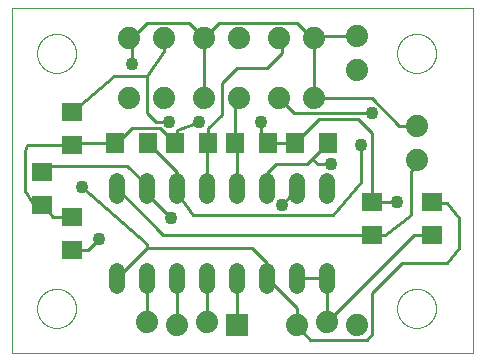
<source format=gtl>
G75*
%MOIN*%
%OFA0B0*%
%FSLAX25Y25*%
%IPPOS*%
%LPD*%
%AMOC8*
5,1,8,0,0,1.08239X$1,22.5*
%
%ADD10C,0.00000*%
%ADD11C,0.07400*%
%ADD12R,0.07400X0.07400*%
%ADD13R,0.07087X0.06299*%
%ADD14R,0.06299X0.07087*%
%ADD15C,0.05200*%
%ADD16C,0.01000*%
%ADD17C,0.04356*%
D10*
X0483333Y0001000D02*
X0483333Y0115961D01*
X0637034Y0115961D01*
X0637034Y0001000D01*
X0483333Y0001000D01*
X0491833Y0016000D02*
X0491835Y0016161D01*
X0491841Y0016321D01*
X0491851Y0016482D01*
X0491865Y0016642D01*
X0491883Y0016802D01*
X0491904Y0016961D01*
X0491930Y0017120D01*
X0491960Y0017278D01*
X0491993Y0017435D01*
X0492031Y0017592D01*
X0492072Y0017747D01*
X0492117Y0017901D01*
X0492166Y0018054D01*
X0492219Y0018206D01*
X0492275Y0018357D01*
X0492336Y0018506D01*
X0492399Y0018654D01*
X0492467Y0018800D01*
X0492538Y0018944D01*
X0492612Y0019086D01*
X0492690Y0019227D01*
X0492772Y0019365D01*
X0492857Y0019502D01*
X0492945Y0019636D01*
X0493037Y0019768D01*
X0493132Y0019898D01*
X0493230Y0020026D01*
X0493331Y0020151D01*
X0493435Y0020273D01*
X0493542Y0020393D01*
X0493652Y0020510D01*
X0493765Y0020625D01*
X0493881Y0020736D01*
X0494000Y0020845D01*
X0494121Y0020950D01*
X0494245Y0021053D01*
X0494371Y0021153D01*
X0494499Y0021249D01*
X0494630Y0021342D01*
X0494764Y0021432D01*
X0494899Y0021519D01*
X0495037Y0021602D01*
X0495176Y0021682D01*
X0495318Y0021758D01*
X0495461Y0021831D01*
X0495606Y0021900D01*
X0495753Y0021966D01*
X0495901Y0022028D01*
X0496051Y0022086D01*
X0496202Y0022141D01*
X0496355Y0022192D01*
X0496509Y0022239D01*
X0496664Y0022282D01*
X0496820Y0022321D01*
X0496976Y0022357D01*
X0497134Y0022388D01*
X0497292Y0022416D01*
X0497451Y0022440D01*
X0497611Y0022460D01*
X0497771Y0022476D01*
X0497931Y0022488D01*
X0498092Y0022496D01*
X0498253Y0022500D01*
X0498413Y0022500D01*
X0498574Y0022496D01*
X0498735Y0022488D01*
X0498895Y0022476D01*
X0499055Y0022460D01*
X0499215Y0022440D01*
X0499374Y0022416D01*
X0499532Y0022388D01*
X0499690Y0022357D01*
X0499846Y0022321D01*
X0500002Y0022282D01*
X0500157Y0022239D01*
X0500311Y0022192D01*
X0500464Y0022141D01*
X0500615Y0022086D01*
X0500765Y0022028D01*
X0500913Y0021966D01*
X0501060Y0021900D01*
X0501205Y0021831D01*
X0501348Y0021758D01*
X0501490Y0021682D01*
X0501629Y0021602D01*
X0501767Y0021519D01*
X0501902Y0021432D01*
X0502036Y0021342D01*
X0502167Y0021249D01*
X0502295Y0021153D01*
X0502421Y0021053D01*
X0502545Y0020950D01*
X0502666Y0020845D01*
X0502785Y0020736D01*
X0502901Y0020625D01*
X0503014Y0020510D01*
X0503124Y0020393D01*
X0503231Y0020273D01*
X0503335Y0020151D01*
X0503436Y0020026D01*
X0503534Y0019898D01*
X0503629Y0019768D01*
X0503721Y0019636D01*
X0503809Y0019502D01*
X0503894Y0019365D01*
X0503976Y0019227D01*
X0504054Y0019086D01*
X0504128Y0018944D01*
X0504199Y0018800D01*
X0504267Y0018654D01*
X0504330Y0018506D01*
X0504391Y0018357D01*
X0504447Y0018206D01*
X0504500Y0018054D01*
X0504549Y0017901D01*
X0504594Y0017747D01*
X0504635Y0017592D01*
X0504673Y0017435D01*
X0504706Y0017278D01*
X0504736Y0017120D01*
X0504762Y0016961D01*
X0504783Y0016802D01*
X0504801Y0016642D01*
X0504815Y0016482D01*
X0504825Y0016321D01*
X0504831Y0016161D01*
X0504833Y0016000D01*
X0504831Y0015839D01*
X0504825Y0015679D01*
X0504815Y0015518D01*
X0504801Y0015358D01*
X0504783Y0015198D01*
X0504762Y0015039D01*
X0504736Y0014880D01*
X0504706Y0014722D01*
X0504673Y0014565D01*
X0504635Y0014408D01*
X0504594Y0014253D01*
X0504549Y0014099D01*
X0504500Y0013946D01*
X0504447Y0013794D01*
X0504391Y0013643D01*
X0504330Y0013494D01*
X0504267Y0013346D01*
X0504199Y0013200D01*
X0504128Y0013056D01*
X0504054Y0012914D01*
X0503976Y0012773D01*
X0503894Y0012635D01*
X0503809Y0012498D01*
X0503721Y0012364D01*
X0503629Y0012232D01*
X0503534Y0012102D01*
X0503436Y0011974D01*
X0503335Y0011849D01*
X0503231Y0011727D01*
X0503124Y0011607D01*
X0503014Y0011490D01*
X0502901Y0011375D01*
X0502785Y0011264D01*
X0502666Y0011155D01*
X0502545Y0011050D01*
X0502421Y0010947D01*
X0502295Y0010847D01*
X0502167Y0010751D01*
X0502036Y0010658D01*
X0501902Y0010568D01*
X0501767Y0010481D01*
X0501629Y0010398D01*
X0501490Y0010318D01*
X0501348Y0010242D01*
X0501205Y0010169D01*
X0501060Y0010100D01*
X0500913Y0010034D01*
X0500765Y0009972D01*
X0500615Y0009914D01*
X0500464Y0009859D01*
X0500311Y0009808D01*
X0500157Y0009761D01*
X0500002Y0009718D01*
X0499846Y0009679D01*
X0499690Y0009643D01*
X0499532Y0009612D01*
X0499374Y0009584D01*
X0499215Y0009560D01*
X0499055Y0009540D01*
X0498895Y0009524D01*
X0498735Y0009512D01*
X0498574Y0009504D01*
X0498413Y0009500D01*
X0498253Y0009500D01*
X0498092Y0009504D01*
X0497931Y0009512D01*
X0497771Y0009524D01*
X0497611Y0009540D01*
X0497451Y0009560D01*
X0497292Y0009584D01*
X0497134Y0009612D01*
X0496976Y0009643D01*
X0496820Y0009679D01*
X0496664Y0009718D01*
X0496509Y0009761D01*
X0496355Y0009808D01*
X0496202Y0009859D01*
X0496051Y0009914D01*
X0495901Y0009972D01*
X0495753Y0010034D01*
X0495606Y0010100D01*
X0495461Y0010169D01*
X0495318Y0010242D01*
X0495176Y0010318D01*
X0495037Y0010398D01*
X0494899Y0010481D01*
X0494764Y0010568D01*
X0494630Y0010658D01*
X0494499Y0010751D01*
X0494371Y0010847D01*
X0494245Y0010947D01*
X0494121Y0011050D01*
X0494000Y0011155D01*
X0493881Y0011264D01*
X0493765Y0011375D01*
X0493652Y0011490D01*
X0493542Y0011607D01*
X0493435Y0011727D01*
X0493331Y0011849D01*
X0493230Y0011974D01*
X0493132Y0012102D01*
X0493037Y0012232D01*
X0492945Y0012364D01*
X0492857Y0012498D01*
X0492772Y0012635D01*
X0492690Y0012773D01*
X0492612Y0012914D01*
X0492538Y0013056D01*
X0492467Y0013200D01*
X0492399Y0013346D01*
X0492336Y0013494D01*
X0492275Y0013643D01*
X0492219Y0013794D01*
X0492166Y0013946D01*
X0492117Y0014099D01*
X0492072Y0014253D01*
X0492031Y0014408D01*
X0491993Y0014565D01*
X0491960Y0014722D01*
X0491930Y0014880D01*
X0491904Y0015039D01*
X0491883Y0015198D01*
X0491865Y0015358D01*
X0491851Y0015518D01*
X0491841Y0015679D01*
X0491835Y0015839D01*
X0491833Y0016000D01*
X0611833Y0016000D02*
X0611835Y0016161D01*
X0611841Y0016321D01*
X0611851Y0016482D01*
X0611865Y0016642D01*
X0611883Y0016802D01*
X0611904Y0016961D01*
X0611930Y0017120D01*
X0611960Y0017278D01*
X0611993Y0017435D01*
X0612031Y0017592D01*
X0612072Y0017747D01*
X0612117Y0017901D01*
X0612166Y0018054D01*
X0612219Y0018206D01*
X0612275Y0018357D01*
X0612336Y0018506D01*
X0612399Y0018654D01*
X0612467Y0018800D01*
X0612538Y0018944D01*
X0612612Y0019086D01*
X0612690Y0019227D01*
X0612772Y0019365D01*
X0612857Y0019502D01*
X0612945Y0019636D01*
X0613037Y0019768D01*
X0613132Y0019898D01*
X0613230Y0020026D01*
X0613331Y0020151D01*
X0613435Y0020273D01*
X0613542Y0020393D01*
X0613652Y0020510D01*
X0613765Y0020625D01*
X0613881Y0020736D01*
X0614000Y0020845D01*
X0614121Y0020950D01*
X0614245Y0021053D01*
X0614371Y0021153D01*
X0614499Y0021249D01*
X0614630Y0021342D01*
X0614764Y0021432D01*
X0614899Y0021519D01*
X0615037Y0021602D01*
X0615176Y0021682D01*
X0615318Y0021758D01*
X0615461Y0021831D01*
X0615606Y0021900D01*
X0615753Y0021966D01*
X0615901Y0022028D01*
X0616051Y0022086D01*
X0616202Y0022141D01*
X0616355Y0022192D01*
X0616509Y0022239D01*
X0616664Y0022282D01*
X0616820Y0022321D01*
X0616976Y0022357D01*
X0617134Y0022388D01*
X0617292Y0022416D01*
X0617451Y0022440D01*
X0617611Y0022460D01*
X0617771Y0022476D01*
X0617931Y0022488D01*
X0618092Y0022496D01*
X0618253Y0022500D01*
X0618413Y0022500D01*
X0618574Y0022496D01*
X0618735Y0022488D01*
X0618895Y0022476D01*
X0619055Y0022460D01*
X0619215Y0022440D01*
X0619374Y0022416D01*
X0619532Y0022388D01*
X0619690Y0022357D01*
X0619846Y0022321D01*
X0620002Y0022282D01*
X0620157Y0022239D01*
X0620311Y0022192D01*
X0620464Y0022141D01*
X0620615Y0022086D01*
X0620765Y0022028D01*
X0620913Y0021966D01*
X0621060Y0021900D01*
X0621205Y0021831D01*
X0621348Y0021758D01*
X0621490Y0021682D01*
X0621629Y0021602D01*
X0621767Y0021519D01*
X0621902Y0021432D01*
X0622036Y0021342D01*
X0622167Y0021249D01*
X0622295Y0021153D01*
X0622421Y0021053D01*
X0622545Y0020950D01*
X0622666Y0020845D01*
X0622785Y0020736D01*
X0622901Y0020625D01*
X0623014Y0020510D01*
X0623124Y0020393D01*
X0623231Y0020273D01*
X0623335Y0020151D01*
X0623436Y0020026D01*
X0623534Y0019898D01*
X0623629Y0019768D01*
X0623721Y0019636D01*
X0623809Y0019502D01*
X0623894Y0019365D01*
X0623976Y0019227D01*
X0624054Y0019086D01*
X0624128Y0018944D01*
X0624199Y0018800D01*
X0624267Y0018654D01*
X0624330Y0018506D01*
X0624391Y0018357D01*
X0624447Y0018206D01*
X0624500Y0018054D01*
X0624549Y0017901D01*
X0624594Y0017747D01*
X0624635Y0017592D01*
X0624673Y0017435D01*
X0624706Y0017278D01*
X0624736Y0017120D01*
X0624762Y0016961D01*
X0624783Y0016802D01*
X0624801Y0016642D01*
X0624815Y0016482D01*
X0624825Y0016321D01*
X0624831Y0016161D01*
X0624833Y0016000D01*
X0624831Y0015839D01*
X0624825Y0015679D01*
X0624815Y0015518D01*
X0624801Y0015358D01*
X0624783Y0015198D01*
X0624762Y0015039D01*
X0624736Y0014880D01*
X0624706Y0014722D01*
X0624673Y0014565D01*
X0624635Y0014408D01*
X0624594Y0014253D01*
X0624549Y0014099D01*
X0624500Y0013946D01*
X0624447Y0013794D01*
X0624391Y0013643D01*
X0624330Y0013494D01*
X0624267Y0013346D01*
X0624199Y0013200D01*
X0624128Y0013056D01*
X0624054Y0012914D01*
X0623976Y0012773D01*
X0623894Y0012635D01*
X0623809Y0012498D01*
X0623721Y0012364D01*
X0623629Y0012232D01*
X0623534Y0012102D01*
X0623436Y0011974D01*
X0623335Y0011849D01*
X0623231Y0011727D01*
X0623124Y0011607D01*
X0623014Y0011490D01*
X0622901Y0011375D01*
X0622785Y0011264D01*
X0622666Y0011155D01*
X0622545Y0011050D01*
X0622421Y0010947D01*
X0622295Y0010847D01*
X0622167Y0010751D01*
X0622036Y0010658D01*
X0621902Y0010568D01*
X0621767Y0010481D01*
X0621629Y0010398D01*
X0621490Y0010318D01*
X0621348Y0010242D01*
X0621205Y0010169D01*
X0621060Y0010100D01*
X0620913Y0010034D01*
X0620765Y0009972D01*
X0620615Y0009914D01*
X0620464Y0009859D01*
X0620311Y0009808D01*
X0620157Y0009761D01*
X0620002Y0009718D01*
X0619846Y0009679D01*
X0619690Y0009643D01*
X0619532Y0009612D01*
X0619374Y0009584D01*
X0619215Y0009560D01*
X0619055Y0009540D01*
X0618895Y0009524D01*
X0618735Y0009512D01*
X0618574Y0009504D01*
X0618413Y0009500D01*
X0618253Y0009500D01*
X0618092Y0009504D01*
X0617931Y0009512D01*
X0617771Y0009524D01*
X0617611Y0009540D01*
X0617451Y0009560D01*
X0617292Y0009584D01*
X0617134Y0009612D01*
X0616976Y0009643D01*
X0616820Y0009679D01*
X0616664Y0009718D01*
X0616509Y0009761D01*
X0616355Y0009808D01*
X0616202Y0009859D01*
X0616051Y0009914D01*
X0615901Y0009972D01*
X0615753Y0010034D01*
X0615606Y0010100D01*
X0615461Y0010169D01*
X0615318Y0010242D01*
X0615176Y0010318D01*
X0615037Y0010398D01*
X0614899Y0010481D01*
X0614764Y0010568D01*
X0614630Y0010658D01*
X0614499Y0010751D01*
X0614371Y0010847D01*
X0614245Y0010947D01*
X0614121Y0011050D01*
X0614000Y0011155D01*
X0613881Y0011264D01*
X0613765Y0011375D01*
X0613652Y0011490D01*
X0613542Y0011607D01*
X0613435Y0011727D01*
X0613331Y0011849D01*
X0613230Y0011974D01*
X0613132Y0012102D01*
X0613037Y0012232D01*
X0612945Y0012364D01*
X0612857Y0012498D01*
X0612772Y0012635D01*
X0612690Y0012773D01*
X0612612Y0012914D01*
X0612538Y0013056D01*
X0612467Y0013200D01*
X0612399Y0013346D01*
X0612336Y0013494D01*
X0612275Y0013643D01*
X0612219Y0013794D01*
X0612166Y0013946D01*
X0612117Y0014099D01*
X0612072Y0014253D01*
X0612031Y0014408D01*
X0611993Y0014565D01*
X0611960Y0014722D01*
X0611930Y0014880D01*
X0611904Y0015039D01*
X0611883Y0015198D01*
X0611865Y0015358D01*
X0611851Y0015518D01*
X0611841Y0015679D01*
X0611835Y0015839D01*
X0611833Y0016000D01*
X0611833Y0101000D02*
X0611835Y0101161D01*
X0611841Y0101321D01*
X0611851Y0101482D01*
X0611865Y0101642D01*
X0611883Y0101802D01*
X0611904Y0101961D01*
X0611930Y0102120D01*
X0611960Y0102278D01*
X0611993Y0102435D01*
X0612031Y0102592D01*
X0612072Y0102747D01*
X0612117Y0102901D01*
X0612166Y0103054D01*
X0612219Y0103206D01*
X0612275Y0103357D01*
X0612336Y0103506D01*
X0612399Y0103654D01*
X0612467Y0103800D01*
X0612538Y0103944D01*
X0612612Y0104086D01*
X0612690Y0104227D01*
X0612772Y0104365D01*
X0612857Y0104502D01*
X0612945Y0104636D01*
X0613037Y0104768D01*
X0613132Y0104898D01*
X0613230Y0105026D01*
X0613331Y0105151D01*
X0613435Y0105273D01*
X0613542Y0105393D01*
X0613652Y0105510D01*
X0613765Y0105625D01*
X0613881Y0105736D01*
X0614000Y0105845D01*
X0614121Y0105950D01*
X0614245Y0106053D01*
X0614371Y0106153D01*
X0614499Y0106249D01*
X0614630Y0106342D01*
X0614764Y0106432D01*
X0614899Y0106519D01*
X0615037Y0106602D01*
X0615176Y0106682D01*
X0615318Y0106758D01*
X0615461Y0106831D01*
X0615606Y0106900D01*
X0615753Y0106966D01*
X0615901Y0107028D01*
X0616051Y0107086D01*
X0616202Y0107141D01*
X0616355Y0107192D01*
X0616509Y0107239D01*
X0616664Y0107282D01*
X0616820Y0107321D01*
X0616976Y0107357D01*
X0617134Y0107388D01*
X0617292Y0107416D01*
X0617451Y0107440D01*
X0617611Y0107460D01*
X0617771Y0107476D01*
X0617931Y0107488D01*
X0618092Y0107496D01*
X0618253Y0107500D01*
X0618413Y0107500D01*
X0618574Y0107496D01*
X0618735Y0107488D01*
X0618895Y0107476D01*
X0619055Y0107460D01*
X0619215Y0107440D01*
X0619374Y0107416D01*
X0619532Y0107388D01*
X0619690Y0107357D01*
X0619846Y0107321D01*
X0620002Y0107282D01*
X0620157Y0107239D01*
X0620311Y0107192D01*
X0620464Y0107141D01*
X0620615Y0107086D01*
X0620765Y0107028D01*
X0620913Y0106966D01*
X0621060Y0106900D01*
X0621205Y0106831D01*
X0621348Y0106758D01*
X0621490Y0106682D01*
X0621629Y0106602D01*
X0621767Y0106519D01*
X0621902Y0106432D01*
X0622036Y0106342D01*
X0622167Y0106249D01*
X0622295Y0106153D01*
X0622421Y0106053D01*
X0622545Y0105950D01*
X0622666Y0105845D01*
X0622785Y0105736D01*
X0622901Y0105625D01*
X0623014Y0105510D01*
X0623124Y0105393D01*
X0623231Y0105273D01*
X0623335Y0105151D01*
X0623436Y0105026D01*
X0623534Y0104898D01*
X0623629Y0104768D01*
X0623721Y0104636D01*
X0623809Y0104502D01*
X0623894Y0104365D01*
X0623976Y0104227D01*
X0624054Y0104086D01*
X0624128Y0103944D01*
X0624199Y0103800D01*
X0624267Y0103654D01*
X0624330Y0103506D01*
X0624391Y0103357D01*
X0624447Y0103206D01*
X0624500Y0103054D01*
X0624549Y0102901D01*
X0624594Y0102747D01*
X0624635Y0102592D01*
X0624673Y0102435D01*
X0624706Y0102278D01*
X0624736Y0102120D01*
X0624762Y0101961D01*
X0624783Y0101802D01*
X0624801Y0101642D01*
X0624815Y0101482D01*
X0624825Y0101321D01*
X0624831Y0101161D01*
X0624833Y0101000D01*
X0624831Y0100839D01*
X0624825Y0100679D01*
X0624815Y0100518D01*
X0624801Y0100358D01*
X0624783Y0100198D01*
X0624762Y0100039D01*
X0624736Y0099880D01*
X0624706Y0099722D01*
X0624673Y0099565D01*
X0624635Y0099408D01*
X0624594Y0099253D01*
X0624549Y0099099D01*
X0624500Y0098946D01*
X0624447Y0098794D01*
X0624391Y0098643D01*
X0624330Y0098494D01*
X0624267Y0098346D01*
X0624199Y0098200D01*
X0624128Y0098056D01*
X0624054Y0097914D01*
X0623976Y0097773D01*
X0623894Y0097635D01*
X0623809Y0097498D01*
X0623721Y0097364D01*
X0623629Y0097232D01*
X0623534Y0097102D01*
X0623436Y0096974D01*
X0623335Y0096849D01*
X0623231Y0096727D01*
X0623124Y0096607D01*
X0623014Y0096490D01*
X0622901Y0096375D01*
X0622785Y0096264D01*
X0622666Y0096155D01*
X0622545Y0096050D01*
X0622421Y0095947D01*
X0622295Y0095847D01*
X0622167Y0095751D01*
X0622036Y0095658D01*
X0621902Y0095568D01*
X0621767Y0095481D01*
X0621629Y0095398D01*
X0621490Y0095318D01*
X0621348Y0095242D01*
X0621205Y0095169D01*
X0621060Y0095100D01*
X0620913Y0095034D01*
X0620765Y0094972D01*
X0620615Y0094914D01*
X0620464Y0094859D01*
X0620311Y0094808D01*
X0620157Y0094761D01*
X0620002Y0094718D01*
X0619846Y0094679D01*
X0619690Y0094643D01*
X0619532Y0094612D01*
X0619374Y0094584D01*
X0619215Y0094560D01*
X0619055Y0094540D01*
X0618895Y0094524D01*
X0618735Y0094512D01*
X0618574Y0094504D01*
X0618413Y0094500D01*
X0618253Y0094500D01*
X0618092Y0094504D01*
X0617931Y0094512D01*
X0617771Y0094524D01*
X0617611Y0094540D01*
X0617451Y0094560D01*
X0617292Y0094584D01*
X0617134Y0094612D01*
X0616976Y0094643D01*
X0616820Y0094679D01*
X0616664Y0094718D01*
X0616509Y0094761D01*
X0616355Y0094808D01*
X0616202Y0094859D01*
X0616051Y0094914D01*
X0615901Y0094972D01*
X0615753Y0095034D01*
X0615606Y0095100D01*
X0615461Y0095169D01*
X0615318Y0095242D01*
X0615176Y0095318D01*
X0615037Y0095398D01*
X0614899Y0095481D01*
X0614764Y0095568D01*
X0614630Y0095658D01*
X0614499Y0095751D01*
X0614371Y0095847D01*
X0614245Y0095947D01*
X0614121Y0096050D01*
X0614000Y0096155D01*
X0613881Y0096264D01*
X0613765Y0096375D01*
X0613652Y0096490D01*
X0613542Y0096607D01*
X0613435Y0096727D01*
X0613331Y0096849D01*
X0613230Y0096974D01*
X0613132Y0097102D01*
X0613037Y0097232D01*
X0612945Y0097364D01*
X0612857Y0097498D01*
X0612772Y0097635D01*
X0612690Y0097773D01*
X0612612Y0097914D01*
X0612538Y0098056D01*
X0612467Y0098200D01*
X0612399Y0098346D01*
X0612336Y0098494D01*
X0612275Y0098643D01*
X0612219Y0098794D01*
X0612166Y0098946D01*
X0612117Y0099099D01*
X0612072Y0099253D01*
X0612031Y0099408D01*
X0611993Y0099565D01*
X0611960Y0099722D01*
X0611930Y0099880D01*
X0611904Y0100039D01*
X0611883Y0100198D01*
X0611865Y0100358D01*
X0611851Y0100518D01*
X0611841Y0100679D01*
X0611835Y0100839D01*
X0611833Y0101000D01*
X0491833Y0101000D02*
X0491835Y0101161D01*
X0491841Y0101321D01*
X0491851Y0101482D01*
X0491865Y0101642D01*
X0491883Y0101802D01*
X0491904Y0101961D01*
X0491930Y0102120D01*
X0491960Y0102278D01*
X0491993Y0102435D01*
X0492031Y0102592D01*
X0492072Y0102747D01*
X0492117Y0102901D01*
X0492166Y0103054D01*
X0492219Y0103206D01*
X0492275Y0103357D01*
X0492336Y0103506D01*
X0492399Y0103654D01*
X0492467Y0103800D01*
X0492538Y0103944D01*
X0492612Y0104086D01*
X0492690Y0104227D01*
X0492772Y0104365D01*
X0492857Y0104502D01*
X0492945Y0104636D01*
X0493037Y0104768D01*
X0493132Y0104898D01*
X0493230Y0105026D01*
X0493331Y0105151D01*
X0493435Y0105273D01*
X0493542Y0105393D01*
X0493652Y0105510D01*
X0493765Y0105625D01*
X0493881Y0105736D01*
X0494000Y0105845D01*
X0494121Y0105950D01*
X0494245Y0106053D01*
X0494371Y0106153D01*
X0494499Y0106249D01*
X0494630Y0106342D01*
X0494764Y0106432D01*
X0494899Y0106519D01*
X0495037Y0106602D01*
X0495176Y0106682D01*
X0495318Y0106758D01*
X0495461Y0106831D01*
X0495606Y0106900D01*
X0495753Y0106966D01*
X0495901Y0107028D01*
X0496051Y0107086D01*
X0496202Y0107141D01*
X0496355Y0107192D01*
X0496509Y0107239D01*
X0496664Y0107282D01*
X0496820Y0107321D01*
X0496976Y0107357D01*
X0497134Y0107388D01*
X0497292Y0107416D01*
X0497451Y0107440D01*
X0497611Y0107460D01*
X0497771Y0107476D01*
X0497931Y0107488D01*
X0498092Y0107496D01*
X0498253Y0107500D01*
X0498413Y0107500D01*
X0498574Y0107496D01*
X0498735Y0107488D01*
X0498895Y0107476D01*
X0499055Y0107460D01*
X0499215Y0107440D01*
X0499374Y0107416D01*
X0499532Y0107388D01*
X0499690Y0107357D01*
X0499846Y0107321D01*
X0500002Y0107282D01*
X0500157Y0107239D01*
X0500311Y0107192D01*
X0500464Y0107141D01*
X0500615Y0107086D01*
X0500765Y0107028D01*
X0500913Y0106966D01*
X0501060Y0106900D01*
X0501205Y0106831D01*
X0501348Y0106758D01*
X0501490Y0106682D01*
X0501629Y0106602D01*
X0501767Y0106519D01*
X0501902Y0106432D01*
X0502036Y0106342D01*
X0502167Y0106249D01*
X0502295Y0106153D01*
X0502421Y0106053D01*
X0502545Y0105950D01*
X0502666Y0105845D01*
X0502785Y0105736D01*
X0502901Y0105625D01*
X0503014Y0105510D01*
X0503124Y0105393D01*
X0503231Y0105273D01*
X0503335Y0105151D01*
X0503436Y0105026D01*
X0503534Y0104898D01*
X0503629Y0104768D01*
X0503721Y0104636D01*
X0503809Y0104502D01*
X0503894Y0104365D01*
X0503976Y0104227D01*
X0504054Y0104086D01*
X0504128Y0103944D01*
X0504199Y0103800D01*
X0504267Y0103654D01*
X0504330Y0103506D01*
X0504391Y0103357D01*
X0504447Y0103206D01*
X0504500Y0103054D01*
X0504549Y0102901D01*
X0504594Y0102747D01*
X0504635Y0102592D01*
X0504673Y0102435D01*
X0504706Y0102278D01*
X0504736Y0102120D01*
X0504762Y0101961D01*
X0504783Y0101802D01*
X0504801Y0101642D01*
X0504815Y0101482D01*
X0504825Y0101321D01*
X0504831Y0101161D01*
X0504833Y0101000D01*
X0504831Y0100839D01*
X0504825Y0100679D01*
X0504815Y0100518D01*
X0504801Y0100358D01*
X0504783Y0100198D01*
X0504762Y0100039D01*
X0504736Y0099880D01*
X0504706Y0099722D01*
X0504673Y0099565D01*
X0504635Y0099408D01*
X0504594Y0099253D01*
X0504549Y0099099D01*
X0504500Y0098946D01*
X0504447Y0098794D01*
X0504391Y0098643D01*
X0504330Y0098494D01*
X0504267Y0098346D01*
X0504199Y0098200D01*
X0504128Y0098056D01*
X0504054Y0097914D01*
X0503976Y0097773D01*
X0503894Y0097635D01*
X0503809Y0097498D01*
X0503721Y0097364D01*
X0503629Y0097232D01*
X0503534Y0097102D01*
X0503436Y0096974D01*
X0503335Y0096849D01*
X0503231Y0096727D01*
X0503124Y0096607D01*
X0503014Y0096490D01*
X0502901Y0096375D01*
X0502785Y0096264D01*
X0502666Y0096155D01*
X0502545Y0096050D01*
X0502421Y0095947D01*
X0502295Y0095847D01*
X0502167Y0095751D01*
X0502036Y0095658D01*
X0501902Y0095568D01*
X0501767Y0095481D01*
X0501629Y0095398D01*
X0501490Y0095318D01*
X0501348Y0095242D01*
X0501205Y0095169D01*
X0501060Y0095100D01*
X0500913Y0095034D01*
X0500765Y0094972D01*
X0500615Y0094914D01*
X0500464Y0094859D01*
X0500311Y0094808D01*
X0500157Y0094761D01*
X0500002Y0094718D01*
X0499846Y0094679D01*
X0499690Y0094643D01*
X0499532Y0094612D01*
X0499374Y0094584D01*
X0499215Y0094560D01*
X0499055Y0094540D01*
X0498895Y0094524D01*
X0498735Y0094512D01*
X0498574Y0094504D01*
X0498413Y0094500D01*
X0498253Y0094500D01*
X0498092Y0094504D01*
X0497931Y0094512D01*
X0497771Y0094524D01*
X0497611Y0094540D01*
X0497451Y0094560D01*
X0497292Y0094584D01*
X0497134Y0094612D01*
X0496976Y0094643D01*
X0496820Y0094679D01*
X0496664Y0094718D01*
X0496509Y0094761D01*
X0496355Y0094808D01*
X0496202Y0094859D01*
X0496051Y0094914D01*
X0495901Y0094972D01*
X0495753Y0095034D01*
X0495606Y0095100D01*
X0495461Y0095169D01*
X0495318Y0095242D01*
X0495176Y0095318D01*
X0495037Y0095398D01*
X0494899Y0095481D01*
X0494764Y0095568D01*
X0494630Y0095658D01*
X0494499Y0095751D01*
X0494371Y0095847D01*
X0494245Y0095947D01*
X0494121Y0096050D01*
X0494000Y0096155D01*
X0493881Y0096264D01*
X0493765Y0096375D01*
X0493652Y0096490D01*
X0493542Y0096607D01*
X0493435Y0096727D01*
X0493331Y0096849D01*
X0493230Y0096974D01*
X0493132Y0097102D01*
X0493037Y0097232D01*
X0492945Y0097364D01*
X0492857Y0097498D01*
X0492772Y0097635D01*
X0492690Y0097773D01*
X0492612Y0097914D01*
X0492538Y0098056D01*
X0492467Y0098200D01*
X0492399Y0098346D01*
X0492336Y0098494D01*
X0492275Y0098643D01*
X0492219Y0098794D01*
X0492166Y0098946D01*
X0492117Y0099099D01*
X0492072Y0099253D01*
X0492031Y0099408D01*
X0491993Y0099565D01*
X0491960Y0099722D01*
X0491930Y0099880D01*
X0491904Y0100039D01*
X0491883Y0100198D01*
X0491865Y0100358D01*
X0491851Y0100518D01*
X0491841Y0100679D01*
X0491835Y0100839D01*
X0491833Y0101000D01*
D11*
X0522633Y0106000D03*
X0534033Y0106000D03*
X0547633Y0106000D03*
X0559033Y0106000D03*
X0572633Y0106000D03*
X0584033Y0106000D03*
X0598333Y0106700D03*
X0598333Y0095300D03*
X0584033Y0086000D03*
X0572633Y0086000D03*
X0559033Y0086000D03*
X0547633Y0086000D03*
X0534033Y0086000D03*
X0522633Y0086000D03*
X0618333Y0076700D03*
X0618333Y0065300D03*
X0588333Y0011500D03*
X0598333Y0010500D03*
X0578333Y0010500D03*
X0548333Y0011500D03*
X0538333Y0010500D03*
X0528333Y0011500D03*
D12*
X0558333Y0010500D03*
D13*
X0503333Y0035488D03*
X0503333Y0046512D03*
X0493333Y0050488D03*
X0493333Y0061512D03*
X0503333Y0070488D03*
X0503333Y0081512D03*
X0603333Y0051512D03*
X0623333Y0051512D03*
X0623333Y0040488D03*
X0603333Y0040488D03*
D14*
X0588845Y0071000D03*
X0577822Y0071000D03*
X0568845Y0071000D03*
X0557822Y0071000D03*
X0548845Y0071000D03*
X0537822Y0071000D03*
X0528845Y0071000D03*
X0517822Y0071000D03*
D15*
X0518333Y0058600D02*
X0518333Y0053400D01*
X0528333Y0053400D02*
X0528333Y0058600D01*
X0538333Y0058600D02*
X0538333Y0053400D01*
X0548333Y0053400D02*
X0548333Y0058600D01*
X0558333Y0058600D02*
X0558333Y0053400D01*
X0568333Y0053400D02*
X0568333Y0058600D01*
X0578333Y0058600D02*
X0578333Y0053400D01*
X0588333Y0053400D02*
X0588333Y0058600D01*
X0588333Y0028600D02*
X0588333Y0023400D01*
X0578333Y0023400D02*
X0578333Y0028600D01*
X0568333Y0028600D02*
X0568333Y0023400D01*
X0558333Y0023400D02*
X0558333Y0028600D01*
X0548333Y0028600D02*
X0548333Y0023400D01*
X0538333Y0023400D02*
X0538333Y0028600D01*
X0528333Y0028600D02*
X0528333Y0023400D01*
X0518333Y0023400D02*
X0518333Y0028600D01*
D16*
X0518333Y0026000D02*
X0528333Y0036000D01*
X0528333Y0037500D01*
X0506833Y0056500D01*
X0518333Y0056000D02*
X0533845Y0040488D01*
X0603333Y0040488D01*
X0607822Y0040488D01*
X0616333Y0047000D01*
X0616333Y0061300D01*
X0618333Y0065300D01*
X0589833Y0064000D02*
X0585333Y0064000D01*
X0583589Y0065744D01*
X0588845Y0071000D01*
X0585822Y0079000D02*
X0577822Y0071000D01*
X0568845Y0071000D01*
X0566333Y0073512D01*
X0566333Y0078000D01*
X0553333Y0080500D02*
X0548845Y0076012D01*
X0548845Y0071000D01*
X0548333Y0070488D01*
X0548333Y0056000D01*
X0538333Y0056000D02*
X0538333Y0054500D01*
X0543833Y0047000D01*
X0590333Y0047000D01*
X0599833Y0058000D01*
X0599833Y0070500D01*
X0603333Y0074500D02*
X0598833Y0079000D01*
X0585822Y0079000D01*
X0577633Y0081000D02*
X0572633Y0086000D01*
X0584033Y0086000D02*
X0584033Y0106000D01*
X0583333Y0106000D01*
X0578333Y0111000D01*
X0552633Y0111000D01*
X0547633Y0106000D01*
X0547633Y0086000D01*
X0557822Y0084788D02*
X0559033Y0086000D01*
X0557822Y0084788D02*
X0557822Y0071000D01*
X0558333Y0070488D01*
X0558333Y0056000D01*
X0568333Y0056000D02*
X0568333Y0061000D01*
X0571333Y0064000D01*
X0581845Y0064000D01*
X0583589Y0065744D01*
X0603333Y0074500D02*
X0603333Y0051512D01*
X0603345Y0051500D01*
X0611833Y0051500D01*
X0623333Y0051512D02*
X0623845Y0051000D01*
X0628333Y0051000D01*
X0632333Y0046000D01*
X0632333Y0036000D01*
X0628333Y0031000D01*
X0613333Y0031000D01*
X0603333Y0021000D01*
X0603333Y0007500D01*
X0601833Y0005500D01*
X0582833Y0005500D01*
X0578333Y0010500D01*
X0578333Y0016000D01*
X0568333Y0026000D01*
X0568333Y0031000D01*
X0563333Y0036000D01*
X0528333Y0036000D01*
X0512333Y0039000D02*
X0508822Y0035488D01*
X0503333Y0035488D01*
X0528333Y0026000D02*
X0528333Y0011500D01*
X0538333Y0010500D02*
X0538333Y0026000D01*
X0548333Y0026000D02*
X0548333Y0011500D01*
X0558333Y0010500D02*
X0558333Y0026000D01*
X0578333Y0026000D02*
X0588333Y0026000D01*
X0588333Y0011500D01*
X0617322Y0040488D01*
X0623333Y0040488D01*
X0578333Y0056000D02*
X0573333Y0050500D01*
X0538333Y0056000D02*
X0538333Y0061512D01*
X0528845Y0071000D01*
X0523333Y0076000D02*
X0518333Y0071000D01*
X0517822Y0071000D01*
X0503845Y0071000D01*
X0503333Y0070488D01*
X0503322Y0070500D01*
X0488333Y0070500D01*
X0487833Y0068500D01*
X0487833Y0055000D01*
X0490845Y0050488D01*
X0493333Y0050488D01*
X0497310Y0046512D01*
X0503333Y0046512D01*
X0528333Y0054000D02*
X0536333Y0046000D01*
X0528333Y0054000D02*
X0528333Y0056000D01*
X0528333Y0057000D01*
X0521833Y0063500D01*
X0495322Y0063500D01*
X0493333Y0061512D01*
X0532822Y0076000D02*
X0537822Y0071000D01*
X0538333Y0071000D01*
X0538333Y0075500D01*
X0545833Y0078000D01*
X0553333Y0080500D02*
X0553333Y0091000D01*
X0558333Y0096000D01*
X0568333Y0096000D01*
X0573333Y0101000D01*
X0573333Y0105300D01*
X0572633Y0106000D01*
X0584033Y0106000D02*
X0584733Y0106700D01*
X0598333Y0106700D01*
X0547633Y0106000D02*
X0542633Y0111000D01*
X0528333Y0111000D01*
X0523333Y0106000D01*
X0523333Y0097500D01*
X0528333Y0093500D02*
X0534033Y0101700D01*
X0534033Y0106000D01*
X0523333Y0106000D02*
X0522633Y0106000D01*
X0517322Y0093500D02*
X0503333Y0081512D01*
X0528333Y0081000D02*
X0528333Y0093500D01*
X0517322Y0093500D01*
X0528333Y0081000D02*
X0531333Y0078000D01*
X0535833Y0078000D01*
X0532822Y0076000D02*
X0523333Y0076000D01*
X0577633Y0081000D02*
X0603333Y0081000D01*
X0603333Y0086000D02*
X0584033Y0086000D01*
X0603333Y0086000D02*
X0612633Y0076700D01*
X0618333Y0076700D01*
D17*
X0603333Y0081000D03*
X0566333Y0078000D03*
X0545833Y0078000D03*
X0535833Y0078000D03*
X0599833Y0070500D03*
X0589833Y0064000D03*
X0611833Y0051500D03*
X0573333Y0050500D03*
X0536333Y0046000D03*
X0512333Y0039000D03*
X0506833Y0056500D03*
X0523333Y0097500D03*
M02*

</source>
